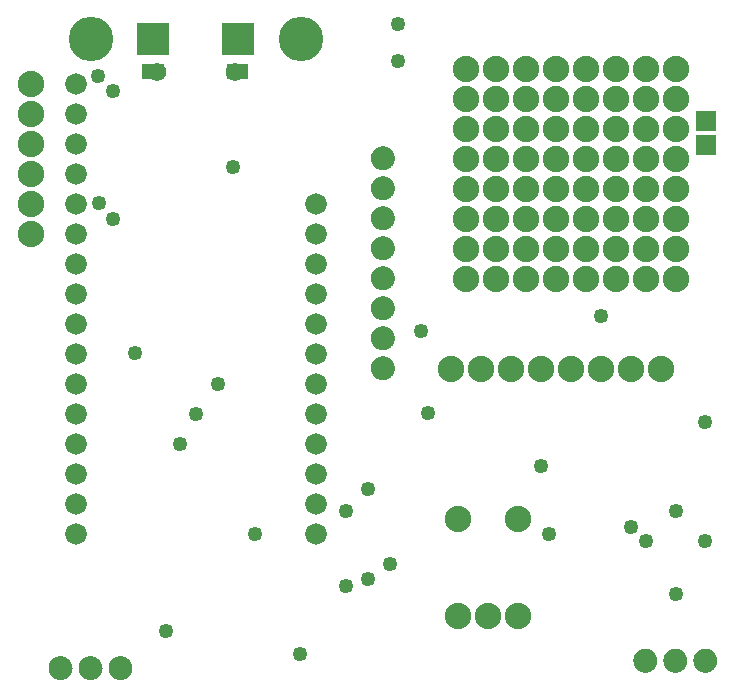
<source format=gts>
G04 MADE WITH FRITZING*
G04 WWW.FRITZING.ORG*
G04 DOUBLE SIDED*
G04 HOLES PLATED*
G04 CONTOUR ON CENTER OF CONTOUR VECTOR*
%ASAXBY*%
%FSLAX23Y23*%
%MOIN*%
%OFA0B0*%
%SFA1.0B1.0*%
%ADD10C,0.088000*%
%ADD11C,0.049370*%
%ADD12C,0.148425*%
%ADD13C,0.105000*%
%ADD14C,0.061496*%
%ADD15C,0.072000*%
%ADD16R,0.105000X0.105000*%
%ADD17R,0.069055X0.065118*%
%ADD18R,0.001000X0.001000*%
%LNMASK1*%
G90*
G70*
G54D10*
X1701Y635D03*
X1501Y635D03*
G54D11*
X526Y260D03*
G54D10*
X1701Y310D03*
X1601Y310D03*
X1501Y310D03*
G54D12*
X276Y2235D03*
G54D13*
X767Y2235D03*
G54D14*
X756Y2125D03*
G54D15*
X226Y585D03*
X226Y685D03*
X226Y785D03*
X226Y885D03*
X226Y985D03*
X226Y1085D03*
X226Y1185D03*
X226Y1285D03*
X226Y1385D03*
G54D12*
X976Y2235D03*
G54D15*
X226Y1485D03*
X226Y1585D03*
X226Y1685D03*
X226Y1785D03*
X226Y1885D03*
X226Y1985D03*
X226Y2085D03*
X1026Y1685D03*
X1026Y1585D03*
X1026Y1485D03*
X1026Y1385D03*
X1026Y1285D03*
X1026Y1185D03*
X1026Y1085D03*
X1026Y985D03*
X1026Y885D03*
X1026Y785D03*
X1026Y685D03*
X1026Y585D03*
G54D14*
X496Y2125D03*
G54D13*
X484Y2235D03*
G54D10*
X76Y2085D03*
X76Y1985D03*
X76Y1885D03*
X76Y1785D03*
X76Y1685D03*
X76Y1585D03*
G54D11*
X423Y1188D03*
X2226Y662D03*
X1376Y1261D03*
X751Y1809D03*
X1802Y585D03*
X2076Y609D03*
X575Y886D03*
X1126Y410D03*
X1126Y660D03*
X626Y985D03*
X1201Y435D03*
X1201Y735D03*
G54D10*
X1476Y1135D03*
X1576Y1135D03*
X1676Y1135D03*
X1776Y1135D03*
X1876Y1135D03*
X1976Y1135D03*
X2076Y1135D03*
X2176Y1135D03*
G54D11*
X701Y1085D03*
X1275Y485D03*
X1776Y810D03*
X825Y585D03*
X974Y186D03*
X2226Y385D03*
X1400Y987D03*
X2325Y959D03*
X2325Y561D03*
X302Y1687D03*
X301Y2110D03*
X350Y1635D03*
X350Y2061D03*
X1301Y2160D03*
X1301Y2285D03*
X1976Y1310D03*
X2126Y560D03*
G54D10*
X2126Y2135D03*
X2126Y2035D03*
X2126Y1935D03*
X2126Y1835D03*
X2126Y1735D03*
X2126Y1635D03*
X2126Y1535D03*
X2126Y1435D03*
X2126Y2135D03*
X2126Y2035D03*
X2126Y1935D03*
X2126Y1835D03*
X2126Y1735D03*
X2126Y1635D03*
X2126Y1535D03*
X2126Y1435D03*
X2226Y1435D03*
X2226Y1535D03*
X2226Y1635D03*
X2226Y1735D03*
X2226Y1835D03*
X2226Y1935D03*
X2226Y2035D03*
X2226Y2135D03*
X1926Y2135D03*
X1926Y2035D03*
X1926Y1935D03*
X1926Y1835D03*
X1926Y1735D03*
X1926Y1635D03*
X1926Y1535D03*
X1926Y1435D03*
X1926Y2135D03*
X1926Y2035D03*
X1926Y1935D03*
X1926Y1835D03*
X1926Y1735D03*
X1926Y1635D03*
X1926Y1535D03*
X1926Y1435D03*
X2026Y1435D03*
X2026Y1535D03*
X2026Y1635D03*
X2026Y1735D03*
X2026Y1835D03*
X2026Y1935D03*
X2026Y2035D03*
X2026Y2135D03*
X1726Y2135D03*
X1726Y2035D03*
X1726Y1935D03*
X1726Y1835D03*
X1726Y1735D03*
X1726Y1635D03*
X1726Y1535D03*
X1726Y1435D03*
X1726Y2135D03*
X1726Y2035D03*
X1726Y1935D03*
X1726Y1835D03*
X1726Y1735D03*
X1726Y1635D03*
X1726Y1535D03*
X1726Y1435D03*
X1826Y1435D03*
X1826Y1535D03*
X1826Y1635D03*
X1826Y1735D03*
X1826Y1835D03*
X1826Y1935D03*
X1826Y2035D03*
X1826Y2135D03*
X1526Y2135D03*
X1526Y2035D03*
X1526Y1935D03*
X1526Y1835D03*
X1526Y1735D03*
X1526Y1635D03*
X1526Y1535D03*
X1526Y1435D03*
X1526Y2135D03*
X1526Y2035D03*
X1526Y1935D03*
X1526Y1835D03*
X1526Y1735D03*
X1526Y1635D03*
X1526Y1535D03*
X1526Y1435D03*
X1626Y1435D03*
X1626Y1535D03*
X1626Y1635D03*
X1626Y1735D03*
X1626Y1835D03*
X1626Y1935D03*
X1626Y2035D03*
X1626Y2135D03*
G54D16*
X767Y2235D03*
X484Y2235D03*
G54D17*
X2326Y1880D03*
X2326Y1960D03*
G54D18*
X449Y2151D02*
X520Y2151D01*
X730Y2151D02*
X801Y2151D01*
X449Y2150D02*
X520Y2150D01*
X730Y2150D02*
X801Y2150D01*
X449Y2149D02*
X520Y2149D01*
X730Y2149D02*
X801Y2149D01*
X449Y2148D02*
X520Y2148D01*
X730Y2148D02*
X801Y2148D01*
X449Y2147D02*
X520Y2147D01*
X730Y2147D02*
X801Y2147D01*
X449Y2146D02*
X520Y2146D01*
X730Y2146D02*
X801Y2146D01*
X449Y2145D02*
X520Y2145D01*
X730Y2145D02*
X801Y2145D01*
X449Y2144D02*
X520Y2144D01*
X730Y2144D02*
X801Y2144D01*
X449Y2143D02*
X520Y2143D01*
X730Y2143D02*
X801Y2143D01*
X449Y2142D02*
X520Y2142D01*
X730Y2142D02*
X801Y2142D01*
X449Y2141D02*
X490Y2141D01*
X500Y2141D02*
X520Y2141D01*
X730Y2141D02*
X750Y2141D01*
X760Y2141D02*
X801Y2141D01*
X449Y2140D02*
X487Y2140D01*
X503Y2140D02*
X520Y2140D01*
X730Y2140D02*
X747Y2140D01*
X763Y2140D02*
X801Y2140D01*
X449Y2139D02*
X486Y2139D01*
X504Y2139D02*
X520Y2139D01*
X730Y2139D02*
X746Y2139D01*
X764Y2139D02*
X801Y2139D01*
X449Y2138D02*
X485Y2138D01*
X506Y2138D02*
X520Y2138D01*
X730Y2138D02*
X744Y2138D01*
X765Y2138D02*
X801Y2138D01*
X449Y2137D02*
X483Y2137D01*
X507Y2137D02*
X520Y2137D01*
X730Y2137D02*
X743Y2137D01*
X767Y2137D02*
X801Y2137D01*
X449Y2136D02*
X483Y2136D01*
X508Y2136D02*
X520Y2136D01*
X730Y2136D02*
X742Y2136D01*
X767Y2136D02*
X801Y2136D01*
X449Y2135D02*
X482Y2135D01*
X508Y2135D02*
X520Y2135D01*
X730Y2135D02*
X742Y2135D01*
X768Y2135D02*
X801Y2135D01*
X449Y2134D02*
X481Y2134D01*
X509Y2134D02*
X520Y2134D01*
X730Y2134D02*
X741Y2134D01*
X769Y2134D02*
X801Y2134D01*
X449Y2133D02*
X481Y2133D01*
X510Y2133D02*
X520Y2133D01*
X730Y2133D02*
X740Y2133D01*
X769Y2133D02*
X801Y2133D01*
X449Y2132D02*
X480Y2132D01*
X510Y2132D02*
X520Y2132D01*
X730Y2132D02*
X740Y2132D01*
X770Y2132D02*
X801Y2132D01*
X449Y2131D02*
X480Y2131D01*
X511Y2131D02*
X520Y2131D01*
X730Y2131D02*
X739Y2131D01*
X770Y2131D02*
X801Y2131D01*
X449Y2130D02*
X479Y2130D01*
X511Y2130D02*
X520Y2130D01*
X730Y2130D02*
X739Y2130D01*
X771Y2130D02*
X801Y2130D01*
X449Y2129D02*
X479Y2129D01*
X511Y2129D02*
X520Y2129D01*
X730Y2129D02*
X739Y2129D01*
X771Y2129D02*
X801Y2129D01*
X449Y2128D02*
X479Y2128D01*
X511Y2128D02*
X521Y2128D01*
X729Y2128D02*
X739Y2128D01*
X771Y2128D02*
X801Y2128D01*
X449Y2127D02*
X479Y2127D01*
X511Y2127D02*
X521Y2127D01*
X729Y2127D02*
X739Y2127D01*
X771Y2127D02*
X801Y2127D01*
X449Y2126D02*
X479Y2126D01*
X511Y2126D02*
X521Y2126D01*
X729Y2126D02*
X739Y2126D01*
X771Y2126D02*
X801Y2126D01*
X449Y2125D02*
X479Y2125D01*
X511Y2125D02*
X521Y2125D01*
X729Y2125D02*
X739Y2125D01*
X771Y2125D02*
X801Y2125D01*
X449Y2124D02*
X479Y2124D01*
X511Y2124D02*
X521Y2124D01*
X729Y2124D02*
X739Y2124D01*
X771Y2124D02*
X801Y2124D01*
X449Y2123D02*
X479Y2123D01*
X511Y2123D02*
X521Y2123D01*
X729Y2123D02*
X739Y2123D01*
X771Y2123D02*
X801Y2123D01*
X449Y2122D02*
X479Y2122D01*
X511Y2122D02*
X520Y2122D01*
X730Y2122D02*
X739Y2122D01*
X771Y2122D02*
X801Y2122D01*
X449Y2121D02*
X480Y2121D01*
X511Y2121D02*
X520Y2121D01*
X730Y2121D02*
X739Y2121D01*
X770Y2121D02*
X801Y2121D01*
X449Y2120D02*
X480Y2120D01*
X510Y2120D02*
X520Y2120D01*
X730Y2120D02*
X740Y2120D01*
X770Y2120D02*
X801Y2120D01*
X449Y2119D02*
X480Y2119D01*
X510Y2119D02*
X520Y2119D01*
X730Y2119D02*
X740Y2119D01*
X770Y2119D02*
X801Y2119D01*
X449Y2118D02*
X481Y2118D01*
X509Y2118D02*
X520Y2118D01*
X730Y2118D02*
X741Y2118D01*
X769Y2118D02*
X801Y2118D01*
X449Y2117D02*
X482Y2117D01*
X509Y2117D02*
X520Y2117D01*
X730Y2117D02*
X741Y2117D01*
X768Y2117D02*
X801Y2117D01*
X449Y2116D02*
X482Y2116D01*
X508Y2116D02*
X520Y2116D01*
X730Y2116D02*
X742Y2116D01*
X768Y2116D02*
X801Y2116D01*
X449Y2115D02*
X483Y2115D01*
X507Y2115D02*
X520Y2115D01*
X730Y2115D02*
X743Y2115D01*
X767Y2115D02*
X801Y2115D01*
X449Y2114D02*
X484Y2114D01*
X506Y2114D02*
X520Y2114D01*
X730Y2114D02*
X744Y2114D01*
X766Y2114D02*
X801Y2114D01*
X449Y2113D02*
X486Y2113D01*
X505Y2113D02*
X520Y2113D01*
X730Y2113D02*
X745Y2113D01*
X764Y2113D02*
X801Y2113D01*
X449Y2112D02*
X487Y2112D01*
X503Y2112D02*
X520Y2112D01*
X730Y2112D02*
X747Y2112D01*
X763Y2112D02*
X801Y2112D01*
X449Y2111D02*
X490Y2111D01*
X501Y2111D02*
X520Y2111D01*
X730Y2111D02*
X749Y2111D01*
X760Y2111D02*
X801Y2111D01*
X449Y2110D02*
X520Y2110D01*
X730Y2110D02*
X801Y2110D01*
X449Y2109D02*
X520Y2109D01*
X730Y2109D02*
X801Y2109D01*
X449Y2108D02*
X520Y2108D01*
X730Y2108D02*
X801Y2108D01*
X449Y2107D02*
X520Y2107D01*
X730Y2107D02*
X801Y2107D01*
X449Y2106D02*
X520Y2106D01*
X730Y2106D02*
X801Y2106D01*
X449Y2105D02*
X520Y2105D01*
X730Y2105D02*
X801Y2105D01*
X449Y2104D02*
X520Y2104D01*
X730Y2104D02*
X801Y2104D01*
X449Y2103D02*
X520Y2103D01*
X730Y2103D02*
X801Y2103D01*
X449Y2102D02*
X520Y2102D01*
X730Y2102D02*
X801Y2102D01*
X449Y2101D02*
X520Y2101D01*
X730Y2101D02*
X801Y2101D01*
X494Y2100D02*
X496Y2100D01*
X754Y2100D02*
X756Y2100D01*
X1245Y1876D02*
X1255Y1876D01*
X1240Y1875D02*
X1260Y1875D01*
X1237Y1874D02*
X1263Y1874D01*
X1234Y1873D02*
X1265Y1873D01*
X1232Y1872D02*
X1268Y1872D01*
X1230Y1871D02*
X1269Y1871D01*
X1229Y1870D02*
X1271Y1870D01*
X1227Y1869D02*
X1272Y1869D01*
X1226Y1868D02*
X1274Y1868D01*
X1225Y1867D02*
X1275Y1867D01*
X1223Y1866D02*
X1276Y1866D01*
X1222Y1865D02*
X1277Y1865D01*
X1221Y1864D02*
X1278Y1864D01*
X1221Y1863D02*
X1279Y1863D01*
X1220Y1862D02*
X1280Y1862D01*
X1219Y1861D02*
X1281Y1861D01*
X1218Y1860D02*
X1282Y1860D01*
X1217Y1859D02*
X1282Y1859D01*
X1217Y1858D02*
X1283Y1858D01*
X1216Y1857D02*
X1284Y1857D01*
X1216Y1856D02*
X1284Y1856D01*
X1215Y1855D02*
X1285Y1855D01*
X1214Y1854D02*
X1285Y1854D01*
X1214Y1853D02*
X1286Y1853D01*
X1214Y1852D02*
X1286Y1852D01*
X1213Y1851D02*
X1287Y1851D01*
X1213Y1850D02*
X1287Y1850D01*
X1212Y1849D02*
X1287Y1849D01*
X1212Y1848D02*
X1288Y1848D01*
X1212Y1847D02*
X1288Y1847D01*
X1212Y1846D02*
X1288Y1846D01*
X1211Y1845D02*
X1288Y1845D01*
X1211Y1844D02*
X1289Y1844D01*
X1211Y1843D02*
X1289Y1843D01*
X1211Y1842D02*
X1289Y1842D01*
X1211Y1841D02*
X1289Y1841D01*
X1211Y1840D02*
X1289Y1840D01*
X1210Y1839D02*
X1289Y1839D01*
X1210Y1838D02*
X1289Y1838D01*
X1210Y1837D02*
X1289Y1837D01*
X1210Y1836D02*
X1289Y1836D01*
X1210Y1835D02*
X1289Y1835D01*
X1210Y1834D02*
X1289Y1834D01*
X1211Y1833D02*
X1289Y1833D01*
X1211Y1832D02*
X1289Y1832D01*
X1211Y1831D02*
X1289Y1831D01*
X1211Y1830D02*
X1289Y1830D01*
X1211Y1829D02*
X1289Y1829D01*
X1211Y1828D02*
X1288Y1828D01*
X1212Y1827D02*
X1288Y1827D01*
X1212Y1826D02*
X1288Y1826D01*
X1212Y1825D02*
X1288Y1825D01*
X1212Y1824D02*
X1287Y1824D01*
X1213Y1823D02*
X1287Y1823D01*
X1213Y1822D02*
X1287Y1822D01*
X1213Y1821D02*
X1286Y1821D01*
X1214Y1820D02*
X1286Y1820D01*
X1214Y1819D02*
X1285Y1819D01*
X1215Y1818D02*
X1285Y1818D01*
X1215Y1817D02*
X1284Y1817D01*
X1216Y1816D02*
X1284Y1816D01*
X1217Y1815D02*
X1283Y1815D01*
X1217Y1814D02*
X1282Y1814D01*
X1218Y1813D02*
X1282Y1813D01*
X1219Y1812D02*
X1281Y1812D01*
X1220Y1811D02*
X1280Y1811D01*
X1220Y1810D02*
X1279Y1810D01*
X1221Y1809D02*
X1278Y1809D01*
X1222Y1808D02*
X1277Y1808D01*
X1223Y1807D02*
X1276Y1807D01*
X1224Y1806D02*
X1275Y1806D01*
X1226Y1805D02*
X1274Y1805D01*
X1227Y1804D02*
X1273Y1804D01*
X1229Y1803D02*
X1271Y1803D01*
X1230Y1802D02*
X1269Y1802D01*
X1232Y1801D02*
X1268Y1801D01*
X1234Y1800D02*
X1266Y1800D01*
X1236Y1799D02*
X1263Y1799D01*
X1240Y1798D02*
X1260Y1798D01*
X1244Y1797D02*
X1255Y1797D01*
X1245Y1776D02*
X1255Y1776D01*
X1240Y1775D02*
X1260Y1775D01*
X1237Y1774D02*
X1263Y1774D01*
X1234Y1773D02*
X1266Y1773D01*
X1232Y1772D02*
X1268Y1772D01*
X1230Y1771D02*
X1269Y1771D01*
X1229Y1770D02*
X1271Y1770D01*
X1227Y1769D02*
X1272Y1769D01*
X1226Y1768D02*
X1274Y1768D01*
X1225Y1767D02*
X1275Y1767D01*
X1223Y1766D02*
X1276Y1766D01*
X1222Y1765D02*
X1277Y1765D01*
X1221Y1764D02*
X1278Y1764D01*
X1220Y1763D02*
X1279Y1763D01*
X1220Y1762D02*
X1280Y1762D01*
X1219Y1761D02*
X1281Y1761D01*
X1218Y1760D02*
X1282Y1760D01*
X1217Y1759D02*
X1282Y1759D01*
X1217Y1758D02*
X1283Y1758D01*
X1216Y1757D02*
X1284Y1757D01*
X1216Y1756D02*
X1284Y1756D01*
X1215Y1755D02*
X1285Y1755D01*
X1214Y1754D02*
X1285Y1754D01*
X1214Y1753D02*
X1286Y1753D01*
X1213Y1752D02*
X1286Y1752D01*
X1213Y1751D02*
X1287Y1751D01*
X1213Y1750D02*
X1287Y1750D01*
X1212Y1749D02*
X1287Y1749D01*
X1212Y1748D02*
X1288Y1748D01*
X1212Y1747D02*
X1288Y1747D01*
X1212Y1746D02*
X1288Y1746D01*
X1211Y1745D02*
X1288Y1745D01*
X1211Y1744D02*
X1289Y1744D01*
X1211Y1743D02*
X1289Y1743D01*
X1211Y1742D02*
X1289Y1742D01*
X1211Y1741D02*
X1289Y1741D01*
X1211Y1740D02*
X1289Y1740D01*
X1210Y1739D02*
X1289Y1739D01*
X1210Y1738D02*
X1289Y1738D01*
X1210Y1737D02*
X1289Y1737D01*
X1210Y1736D02*
X1289Y1736D01*
X1210Y1735D02*
X1289Y1735D01*
X1210Y1734D02*
X1289Y1734D01*
X1211Y1733D02*
X1289Y1733D01*
X1211Y1732D02*
X1289Y1732D01*
X1211Y1731D02*
X1289Y1731D01*
X1211Y1730D02*
X1289Y1730D01*
X1211Y1729D02*
X1289Y1729D01*
X1211Y1728D02*
X1288Y1728D01*
X1212Y1727D02*
X1288Y1727D01*
X1212Y1726D02*
X1288Y1726D01*
X1212Y1725D02*
X1288Y1725D01*
X1212Y1724D02*
X1287Y1724D01*
X1213Y1723D02*
X1287Y1723D01*
X1213Y1722D02*
X1287Y1722D01*
X1213Y1721D02*
X1286Y1721D01*
X1214Y1720D02*
X1286Y1720D01*
X1214Y1719D02*
X1285Y1719D01*
X1215Y1718D02*
X1285Y1718D01*
X1215Y1717D02*
X1284Y1717D01*
X1216Y1716D02*
X1284Y1716D01*
X1217Y1715D02*
X1283Y1715D01*
X1217Y1714D02*
X1282Y1714D01*
X1218Y1713D02*
X1282Y1713D01*
X1219Y1712D02*
X1281Y1712D01*
X1220Y1711D02*
X1280Y1711D01*
X1220Y1710D02*
X1279Y1710D01*
X1221Y1709D02*
X1278Y1709D01*
X1222Y1708D02*
X1277Y1708D01*
X1223Y1707D02*
X1276Y1707D01*
X1225Y1706D02*
X1275Y1706D01*
X1226Y1705D02*
X1274Y1705D01*
X1227Y1704D02*
X1273Y1704D01*
X1229Y1703D02*
X1271Y1703D01*
X1230Y1702D02*
X1269Y1702D01*
X1232Y1701D02*
X1268Y1701D01*
X1234Y1700D02*
X1266Y1700D01*
X1237Y1699D02*
X1263Y1699D01*
X1240Y1698D02*
X1260Y1698D01*
X1245Y1697D02*
X1255Y1697D01*
X1245Y1676D02*
X1255Y1676D01*
X1240Y1675D02*
X1260Y1675D01*
X1237Y1674D02*
X1263Y1674D01*
X1234Y1673D02*
X1266Y1673D01*
X1232Y1672D02*
X1268Y1672D01*
X1230Y1671D02*
X1269Y1671D01*
X1229Y1670D02*
X1271Y1670D01*
X1227Y1669D02*
X1272Y1669D01*
X1226Y1668D02*
X1274Y1668D01*
X1225Y1667D02*
X1275Y1667D01*
X1223Y1666D02*
X1276Y1666D01*
X1222Y1665D02*
X1277Y1665D01*
X1221Y1664D02*
X1278Y1664D01*
X1220Y1663D02*
X1279Y1663D01*
X1220Y1662D02*
X1280Y1662D01*
X1219Y1661D02*
X1281Y1661D01*
X1218Y1660D02*
X1282Y1660D01*
X1217Y1659D02*
X1282Y1659D01*
X1217Y1658D02*
X1283Y1658D01*
X1216Y1657D02*
X1284Y1657D01*
X1215Y1656D02*
X1284Y1656D01*
X1215Y1655D02*
X1285Y1655D01*
X1214Y1654D02*
X1285Y1654D01*
X1214Y1653D02*
X1286Y1653D01*
X1213Y1652D02*
X1286Y1652D01*
X1213Y1651D02*
X1287Y1651D01*
X1213Y1650D02*
X1287Y1650D01*
X1212Y1649D02*
X1287Y1649D01*
X1212Y1648D02*
X1288Y1648D01*
X1212Y1647D02*
X1288Y1647D01*
X1212Y1646D02*
X1288Y1646D01*
X1211Y1645D02*
X1288Y1645D01*
X1211Y1644D02*
X1289Y1644D01*
X1211Y1643D02*
X1289Y1643D01*
X1211Y1642D02*
X1289Y1642D01*
X1211Y1641D02*
X1289Y1641D01*
X1211Y1640D02*
X1289Y1640D01*
X1210Y1639D02*
X1289Y1639D01*
X1210Y1638D02*
X1289Y1638D01*
X1210Y1637D02*
X1289Y1637D01*
X1210Y1636D02*
X1289Y1636D01*
X1210Y1635D02*
X1289Y1635D01*
X1210Y1634D02*
X1289Y1634D01*
X1211Y1633D02*
X1289Y1633D01*
X1211Y1632D02*
X1289Y1632D01*
X1211Y1631D02*
X1289Y1631D01*
X1211Y1630D02*
X1289Y1630D01*
X1211Y1629D02*
X1289Y1629D01*
X1211Y1628D02*
X1288Y1628D01*
X1212Y1627D02*
X1288Y1627D01*
X1212Y1626D02*
X1288Y1626D01*
X1212Y1625D02*
X1288Y1625D01*
X1212Y1624D02*
X1287Y1624D01*
X1213Y1623D02*
X1287Y1623D01*
X1213Y1622D02*
X1287Y1622D01*
X1213Y1621D02*
X1286Y1621D01*
X1214Y1620D02*
X1286Y1620D01*
X1214Y1619D02*
X1285Y1619D01*
X1215Y1618D02*
X1285Y1618D01*
X1215Y1617D02*
X1284Y1617D01*
X1216Y1616D02*
X1284Y1616D01*
X1217Y1615D02*
X1283Y1615D01*
X1217Y1614D02*
X1282Y1614D01*
X1218Y1613D02*
X1282Y1613D01*
X1219Y1612D02*
X1281Y1612D01*
X1220Y1611D02*
X1280Y1611D01*
X1220Y1610D02*
X1279Y1610D01*
X1221Y1609D02*
X1278Y1609D01*
X1222Y1608D02*
X1277Y1608D01*
X1223Y1607D02*
X1276Y1607D01*
X1225Y1606D02*
X1275Y1606D01*
X1226Y1605D02*
X1274Y1605D01*
X1227Y1604D02*
X1272Y1604D01*
X1229Y1603D02*
X1271Y1603D01*
X1230Y1602D02*
X1269Y1602D01*
X1232Y1601D02*
X1268Y1601D01*
X1234Y1600D02*
X1266Y1600D01*
X1237Y1599D02*
X1263Y1599D01*
X1240Y1598D02*
X1260Y1598D01*
X1245Y1597D02*
X1255Y1597D01*
X1245Y1576D02*
X1255Y1576D01*
X1240Y1575D02*
X1260Y1575D01*
X1237Y1574D02*
X1263Y1574D01*
X1234Y1573D02*
X1266Y1573D01*
X1232Y1572D02*
X1268Y1572D01*
X1230Y1571D02*
X1269Y1571D01*
X1229Y1570D02*
X1271Y1570D01*
X1227Y1569D02*
X1272Y1569D01*
X1226Y1568D02*
X1274Y1568D01*
X1225Y1567D02*
X1275Y1567D01*
X1223Y1566D02*
X1276Y1566D01*
X1222Y1565D02*
X1277Y1565D01*
X1221Y1564D02*
X1278Y1564D01*
X1220Y1563D02*
X1279Y1563D01*
X1220Y1562D02*
X1280Y1562D01*
X1219Y1561D02*
X1281Y1561D01*
X1218Y1560D02*
X1282Y1560D01*
X1217Y1559D02*
X1282Y1559D01*
X1217Y1558D02*
X1283Y1558D01*
X1216Y1557D02*
X1284Y1557D01*
X1215Y1556D02*
X1284Y1556D01*
X1215Y1555D02*
X1285Y1555D01*
X1214Y1554D02*
X1285Y1554D01*
X1214Y1553D02*
X1286Y1553D01*
X1213Y1552D02*
X1286Y1552D01*
X1213Y1551D02*
X1287Y1551D01*
X1213Y1550D02*
X1287Y1550D01*
X1212Y1549D02*
X1287Y1549D01*
X1212Y1548D02*
X1288Y1548D01*
X1212Y1547D02*
X1288Y1547D01*
X1212Y1546D02*
X1288Y1546D01*
X1211Y1545D02*
X1288Y1545D01*
X1211Y1544D02*
X1289Y1544D01*
X1211Y1543D02*
X1289Y1543D01*
X1211Y1542D02*
X1289Y1542D01*
X1211Y1541D02*
X1289Y1541D01*
X1211Y1540D02*
X1289Y1540D01*
X1210Y1539D02*
X1289Y1539D01*
X1210Y1538D02*
X1289Y1538D01*
X1210Y1537D02*
X1289Y1537D01*
X1210Y1536D02*
X1289Y1536D01*
X1210Y1535D02*
X1289Y1535D01*
X1210Y1534D02*
X1289Y1534D01*
X1211Y1533D02*
X1289Y1533D01*
X1211Y1532D02*
X1289Y1532D01*
X1211Y1531D02*
X1289Y1531D01*
X1211Y1530D02*
X1289Y1530D01*
X1211Y1529D02*
X1289Y1529D01*
X1211Y1528D02*
X1288Y1528D01*
X1212Y1527D02*
X1288Y1527D01*
X1212Y1526D02*
X1288Y1526D01*
X1212Y1525D02*
X1288Y1525D01*
X1212Y1524D02*
X1287Y1524D01*
X1213Y1523D02*
X1287Y1523D01*
X1213Y1522D02*
X1287Y1522D01*
X1213Y1521D02*
X1286Y1521D01*
X1214Y1520D02*
X1286Y1520D01*
X1214Y1519D02*
X1285Y1519D01*
X1215Y1518D02*
X1285Y1518D01*
X1216Y1517D02*
X1284Y1517D01*
X1216Y1516D02*
X1284Y1516D01*
X1217Y1515D02*
X1283Y1515D01*
X1217Y1514D02*
X1282Y1514D01*
X1218Y1513D02*
X1282Y1513D01*
X1219Y1512D02*
X1281Y1512D01*
X1220Y1511D02*
X1280Y1511D01*
X1220Y1510D02*
X1279Y1510D01*
X1221Y1509D02*
X1278Y1509D01*
X1222Y1508D02*
X1277Y1508D01*
X1223Y1507D02*
X1276Y1507D01*
X1225Y1506D02*
X1275Y1506D01*
X1226Y1505D02*
X1274Y1505D01*
X1227Y1504D02*
X1272Y1504D01*
X1229Y1503D02*
X1271Y1503D01*
X1230Y1502D02*
X1269Y1502D01*
X1232Y1501D02*
X1268Y1501D01*
X1234Y1500D02*
X1266Y1500D01*
X1237Y1499D02*
X1263Y1499D01*
X1240Y1498D02*
X1260Y1498D01*
X1245Y1497D02*
X1255Y1497D01*
X1244Y1476D02*
X1255Y1476D01*
X1240Y1475D02*
X1260Y1475D01*
X1236Y1474D02*
X1263Y1474D01*
X1234Y1473D02*
X1266Y1473D01*
X1232Y1472D02*
X1268Y1472D01*
X1230Y1471D02*
X1269Y1471D01*
X1229Y1470D02*
X1271Y1470D01*
X1227Y1469D02*
X1273Y1469D01*
X1226Y1468D02*
X1274Y1468D01*
X1224Y1467D02*
X1275Y1467D01*
X1223Y1466D02*
X1276Y1466D01*
X1222Y1465D02*
X1277Y1465D01*
X1221Y1464D02*
X1278Y1464D01*
X1220Y1463D02*
X1279Y1463D01*
X1220Y1462D02*
X1280Y1462D01*
X1219Y1461D02*
X1281Y1461D01*
X1218Y1460D02*
X1282Y1460D01*
X1217Y1459D02*
X1282Y1459D01*
X1217Y1458D02*
X1283Y1458D01*
X1216Y1457D02*
X1284Y1457D01*
X1215Y1456D02*
X1284Y1456D01*
X1215Y1455D02*
X1285Y1455D01*
X1214Y1454D02*
X1285Y1454D01*
X1214Y1453D02*
X1286Y1453D01*
X1213Y1452D02*
X1286Y1452D01*
X1213Y1451D02*
X1287Y1451D01*
X1213Y1450D02*
X1287Y1450D01*
X1212Y1449D02*
X1287Y1449D01*
X1212Y1448D02*
X1288Y1448D01*
X1212Y1447D02*
X1288Y1447D01*
X1212Y1446D02*
X1288Y1446D01*
X1211Y1445D02*
X1288Y1445D01*
X1211Y1444D02*
X1289Y1444D01*
X1211Y1443D02*
X1289Y1443D01*
X1211Y1442D02*
X1289Y1442D01*
X1211Y1441D02*
X1289Y1441D01*
X1211Y1440D02*
X1289Y1440D01*
X1210Y1439D02*
X1289Y1439D01*
X1210Y1438D02*
X1289Y1438D01*
X1210Y1437D02*
X1289Y1437D01*
X1210Y1436D02*
X1289Y1436D01*
X1210Y1435D02*
X1289Y1435D01*
X1210Y1434D02*
X1289Y1434D01*
X1211Y1433D02*
X1289Y1433D01*
X1211Y1432D02*
X1289Y1432D01*
X1211Y1431D02*
X1289Y1431D01*
X1211Y1430D02*
X1289Y1430D01*
X1211Y1429D02*
X1289Y1429D01*
X1211Y1428D02*
X1288Y1428D01*
X1212Y1427D02*
X1288Y1427D01*
X1212Y1426D02*
X1288Y1426D01*
X1212Y1425D02*
X1288Y1425D01*
X1212Y1424D02*
X1287Y1424D01*
X1213Y1423D02*
X1287Y1423D01*
X1213Y1422D02*
X1287Y1422D01*
X1214Y1421D02*
X1286Y1421D01*
X1214Y1420D02*
X1286Y1420D01*
X1214Y1419D02*
X1285Y1419D01*
X1215Y1418D02*
X1285Y1418D01*
X1216Y1417D02*
X1284Y1417D01*
X1216Y1416D02*
X1284Y1416D01*
X1217Y1415D02*
X1283Y1415D01*
X1217Y1414D02*
X1282Y1414D01*
X1218Y1413D02*
X1282Y1413D01*
X1219Y1412D02*
X1281Y1412D01*
X1220Y1411D02*
X1280Y1411D01*
X1221Y1410D02*
X1279Y1410D01*
X1221Y1409D02*
X1278Y1409D01*
X1222Y1408D02*
X1277Y1408D01*
X1223Y1407D02*
X1276Y1407D01*
X1225Y1406D02*
X1275Y1406D01*
X1226Y1405D02*
X1274Y1405D01*
X1227Y1404D02*
X1272Y1404D01*
X1229Y1403D02*
X1271Y1403D01*
X1230Y1402D02*
X1269Y1402D01*
X1232Y1401D02*
X1268Y1401D01*
X1234Y1400D02*
X1266Y1400D01*
X1237Y1399D02*
X1263Y1399D01*
X1240Y1398D02*
X1260Y1398D01*
X1245Y1397D02*
X1255Y1397D01*
X1244Y1376D02*
X1255Y1376D01*
X1240Y1375D02*
X1260Y1375D01*
X1236Y1374D02*
X1263Y1374D01*
X1234Y1373D02*
X1266Y1373D01*
X1232Y1372D02*
X1268Y1372D01*
X1230Y1371D02*
X1270Y1371D01*
X1229Y1370D02*
X1271Y1370D01*
X1227Y1369D02*
X1273Y1369D01*
X1226Y1368D02*
X1274Y1368D01*
X1224Y1367D02*
X1275Y1367D01*
X1223Y1366D02*
X1276Y1366D01*
X1222Y1365D02*
X1277Y1365D01*
X1221Y1364D02*
X1278Y1364D01*
X1220Y1363D02*
X1279Y1363D01*
X1220Y1362D02*
X1280Y1362D01*
X1219Y1361D02*
X1281Y1361D01*
X1218Y1360D02*
X1282Y1360D01*
X1217Y1359D02*
X1282Y1359D01*
X1217Y1358D02*
X1283Y1358D01*
X1216Y1357D02*
X1284Y1357D01*
X1215Y1356D02*
X1284Y1356D01*
X1215Y1355D02*
X1285Y1355D01*
X1214Y1354D02*
X1285Y1354D01*
X1214Y1353D02*
X1286Y1353D01*
X1213Y1352D02*
X1286Y1352D01*
X1213Y1351D02*
X1287Y1351D01*
X1213Y1350D02*
X1287Y1350D01*
X1212Y1349D02*
X1287Y1349D01*
X1212Y1348D02*
X1288Y1348D01*
X1212Y1347D02*
X1288Y1347D01*
X1212Y1346D02*
X1288Y1346D01*
X1211Y1345D02*
X1288Y1345D01*
X1211Y1344D02*
X1289Y1344D01*
X1211Y1343D02*
X1289Y1343D01*
X1211Y1342D02*
X1289Y1342D01*
X1211Y1341D02*
X1289Y1341D01*
X1211Y1340D02*
X1289Y1340D01*
X1210Y1339D02*
X1289Y1339D01*
X1210Y1338D02*
X1289Y1338D01*
X1210Y1337D02*
X1289Y1337D01*
X1210Y1336D02*
X1289Y1336D01*
X1210Y1335D02*
X1289Y1335D01*
X1210Y1334D02*
X1289Y1334D01*
X1211Y1333D02*
X1289Y1333D01*
X1211Y1332D02*
X1289Y1332D01*
X1211Y1331D02*
X1289Y1331D01*
X1211Y1330D02*
X1289Y1330D01*
X1211Y1329D02*
X1289Y1329D01*
X1211Y1328D02*
X1288Y1328D01*
X1212Y1327D02*
X1288Y1327D01*
X1212Y1326D02*
X1288Y1326D01*
X1212Y1325D02*
X1288Y1325D01*
X1212Y1324D02*
X1287Y1324D01*
X1213Y1323D02*
X1287Y1323D01*
X1213Y1322D02*
X1287Y1322D01*
X1214Y1321D02*
X1286Y1321D01*
X1214Y1320D02*
X1286Y1320D01*
X1214Y1319D02*
X1285Y1319D01*
X1215Y1318D02*
X1285Y1318D01*
X1216Y1317D02*
X1284Y1317D01*
X1216Y1316D02*
X1284Y1316D01*
X1217Y1315D02*
X1283Y1315D01*
X1217Y1314D02*
X1282Y1314D01*
X1218Y1313D02*
X1282Y1313D01*
X1219Y1312D02*
X1281Y1312D01*
X1220Y1311D02*
X1280Y1311D01*
X1221Y1310D02*
X1279Y1310D01*
X1221Y1309D02*
X1278Y1309D01*
X1222Y1308D02*
X1277Y1308D01*
X1224Y1307D02*
X1276Y1307D01*
X1225Y1306D02*
X1275Y1306D01*
X1226Y1305D02*
X1274Y1305D01*
X1227Y1304D02*
X1272Y1304D01*
X1229Y1303D02*
X1271Y1303D01*
X1230Y1302D02*
X1269Y1302D01*
X1232Y1301D02*
X1267Y1301D01*
X1234Y1300D02*
X1265Y1300D01*
X1237Y1299D02*
X1263Y1299D01*
X1240Y1298D02*
X1260Y1298D01*
X1245Y1297D02*
X1254Y1297D01*
X1244Y1276D02*
X1256Y1276D01*
X1239Y1275D02*
X1260Y1275D01*
X1236Y1274D02*
X1263Y1274D01*
X1234Y1273D02*
X1266Y1273D01*
X1232Y1272D02*
X1268Y1272D01*
X1230Y1271D02*
X1270Y1271D01*
X1229Y1270D02*
X1271Y1270D01*
X1227Y1269D02*
X1273Y1269D01*
X1226Y1268D02*
X1274Y1268D01*
X1224Y1267D02*
X1275Y1267D01*
X1223Y1266D02*
X1276Y1266D01*
X1222Y1265D02*
X1277Y1265D01*
X1221Y1264D02*
X1278Y1264D01*
X1220Y1263D02*
X1279Y1263D01*
X1220Y1262D02*
X1280Y1262D01*
X1219Y1261D02*
X1281Y1261D01*
X1218Y1260D02*
X1282Y1260D01*
X1217Y1259D02*
X1282Y1259D01*
X1217Y1258D02*
X1283Y1258D01*
X1216Y1257D02*
X1284Y1257D01*
X1215Y1256D02*
X1284Y1256D01*
X1215Y1255D02*
X1285Y1255D01*
X1214Y1254D02*
X1285Y1254D01*
X1214Y1253D02*
X1286Y1253D01*
X1213Y1252D02*
X1286Y1252D01*
X1213Y1251D02*
X1287Y1251D01*
X1213Y1250D02*
X1287Y1250D01*
X1212Y1249D02*
X1287Y1249D01*
X1212Y1248D02*
X1288Y1248D01*
X1212Y1247D02*
X1288Y1247D01*
X1212Y1246D02*
X1288Y1246D01*
X1211Y1245D02*
X1288Y1245D01*
X1211Y1244D02*
X1289Y1244D01*
X1211Y1243D02*
X1289Y1243D01*
X1211Y1242D02*
X1289Y1242D01*
X1211Y1241D02*
X1289Y1241D01*
X1211Y1240D02*
X1289Y1240D01*
X1210Y1239D02*
X1289Y1239D01*
X1210Y1238D02*
X1289Y1238D01*
X1210Y1237D02*
X1289Y1237D01*
X1210Y1236D02*
X1289Y1236D01*
X1210Y1235D02*
X1289Y1235D01*
X1210Y1234D02*
X1289Y1234D01*
X1211Y1233D02*
X1289Y1233D01*
X1211Y1232D02*
X1289Y1232D01*
X1211Y1231D02*
X1289Y1231D01*
X1211Y1230D02*
X1289Y1230D01*
X1211Y1229D02*
X1289Y1229D01*
X1211Y1228D02*
X1288Y1228D01*
X1212Y1227D02*
X1288Y1227D01*
X1212Y1226D02*
X1288Y1226D01*
X1212Y1225D02*
X1288Y1225D01*
X1212Y1224D02*
X1287Y1224D01*
X1213Y1223D02*
X1287Y1223D01*
X1213Y1222D02*
X1287Y1222D01*
X1214Y1221D02*
X1286Y1221D01*
X1214Y1220D02*
X1286Y1220D01*
X1214Y1219D02*
X1285Y1219D01*
X1215Y1218D02*
X1285Y1218D01*
X1216Y1217D02*
X1284Y1217D01*
X1216Y1216D02*
X1284Y1216D01*
X1217Y1215D02*
X1283Y1215D01*
X1217Y1214D02*
X1282Y1214D01*
X1218Y1213D02*
X1282Y1213D01*
X1219Y1212D02*
X1281Y1212D01*
X1220Y1211D02*
X1280Y1211D01*
X1221Y1210D02*
X1279Y1210D01*
X1221Y1209D02*
X1278Y1209D01*
X1222Y1208D02*
X1277Y1208D01*
X1224Y1207D02*
X1276Y1207D01*
X1225Y1206D02*
X1275Y1206D01*
X1226Y1205D02*
X1274Y1205D01*
X1227Y1204D02*
X1272Y1204D01*
X1229Y1203D02*
X1271Y1203D01*
X1230Y1202D02*
X1269Y1202D01*
X1232Y1201D02*
X1267Y1201D01*
X1234Y1200D02*
X1265Y1200D01*
X1237Y1199D02*
X1263Y1199D01*
X1240Y1198D02*
X1259Y1198D01*
X1245Y1197D02*
X1254Y1197D01*
X1244Y1176D02*
X1255Y1176D01*
X1240Y1175D02*
X1260Y1175D01*
X1236Y1174D02*
X1263Y1174D01*
X1234Y1173D02*
X1266Y1173D01*
X1232Y1172D02*
X1268Y1172D01*
X1230Y1171D02*
X1269Y1171D01*
X1229Y1170D02*
X1271Y1170D01*
X1227Y1169D02*
X1273Y1169D01*
X1226Y1168D02*
X1274Y1168D01*
X1224Y1167D02*
X1275Y1167D01*
X1223Y1166D02*
X1276Y1166D01*
X1222Y1165D02*
X1277Y1165D01*
X1221Y1164D02*
X1278Y1164D01*
X1220Y1163D02*
X1279Y1163D01*
X1220Y1162D02*
X1280Y1162D01*
X1219Y1161D02*
X1281Y1161D01*
X1218Y1160D02*
X1282Y1160D01*
X1217Y1159D02*
X1282Y1159D01*
X1217Y1158D02*
X1283Y1158D01*
X1216Y1157D02*
X1284Y1157D01*
X1215Y1156D02*
X1284Y1156D01*
X1215Y1155D02*
X1285Y1155D01*
X1214Y1154D02*
X1285Y1154D01*
X1214Y1153D02*
X1286Y1153D01*
X1213Y1152D02*
X1286Y1152D01*
X1213Y1151D02*
X1287Y1151D01*
X1213Y1150D02*
X1287Y1150D01*
X1212Y1149D02*
X1287Y1149D01*
X1212Y1148D02*
X1288Y1148D01*
X1212Y1147D02*
X1288Y1147D01*
X1212Y1146D02*
X1288Y1146D01*
X1211Y1145D02*
X1288Y1145D01*
X1211Y1144D02*
X1289Y1144D01*
X1211Y1143D02*
X1289Y1143D01*
X1211Y1142D02*
X1289Y1142D01*
X1211Y1141D02*
X1289Y1141D01*
X1211Y1140D02*
X1289Y1140D01*
X1210Y1139D02*
X1289Y1139D01*
X1210Y1138D02*
X1289Y1138D01*
X1210Y1137D02*
X1289Y1137D01*
X1210Y1136D02*
X1289Y1136D01*
X1210Y1135D02*
X1289Y1135D01*
X1210Y1134D02*
X1289Y1134D01*
X1211Y1133D02*
X1289Y1133D01*
X1211Y1132D02*
X1289Y1132D01*
X1211Y1131D02*
X1289Y1131D01*
X1211Y1130D02*
X1289Y1130D01*
X1211Y1129D02*
X1289Y1129D01*
X1211Y1128D02*
X1288Y1128D01*
X1212Y1127D02*
X1288Y1127D01*
X1212Y1126D02*
X1288Y1126D01*
X1212Y1125D02*
X1288Y1125D01*
X1212Y1124D02*
X1287Y1124D01*
X1213Y1123D02*
X1287Y1123D01*
X1213Y1122D02*
X1287Y1122D01*
X1213Y1121D02*
X1286Y1121D01*
X1214Y1120D02*
X1286Y1120D01*
X1214Y1119D02*
X1285Y1119D01*
X1215Y1118D02*
X1285Y1118D01*
X1216Y1117D02*
X1284Y1117D01*
X1216Y1116D02*
X1284Y1116D01*
X1217Y1115D02*
X1283Y1115D01*
X1217Y1114D02*
X1282Y1114D01*
X1218Y1113D02*
X1282Y1113D01*
X1219Y1112D02*
X1281Y1112D01*
X1220Y1111D02*
X1280Y1111D01*
X1221Y1110D02*
X1279Y1110D01*
X1221Y1109D02*
X1278Y1109D01*
X1222Y1108D02*
X1277Y1108D01*
X1223Y1107D02*
X1276Y1107D01*
X1225Y1106D02*
X1275Y1106D01*
X1226Y1105D02*
X1274Y1105D01*
X1227Y1104D02*
X1272Y1104D01*
X1229Y1103D02*
X1271Y1103D01*
X1230Y1102D02*
X1269Y1102D01*
X1232Y1101D02*
X1268Y1101D01*
X1234Y1100D02*
X1266Y1100D01*
X1237Y1099D02*
X1263Y1099D01*
X1240Y1098D02*
X1260Y1098D01*
X1245Y1097D02*
X1255Y1097D01*
X2117Y201D02*
X2132Y201D01*
X2217Y201D02*
X2232Y201D01*
X2317Y201D02*
X2332Y201D01*
X2113Y200D02*
X2136Y200D01*
X2213Y200D02*
X2236Y200D01*
X2313Y200D02*
X2336Y200D01*
X2110Y199D02*
X2139Y199D01*
X2210Y199D02*
X2239Y199D01*
X2310Y199D02*
X2339Y199D01*
X2108Y198D02*
X2141Y198D01*
X2208Y198D02*
X2241Y198D01*
X2308Y198D02*
X2341Y198D01*
X2106Y197D02*
X2143Y197D01*
X2206Y197D02*
X2243Y197D01*
X2306Y197D02*
X2343Y197D01*
X2104Y196D02*
X2145Y196D01*
X2204Y196D02*
X2245Y196D01*
X2304Y196D02*
X2345Y196D01*
X2103Y195D02*
X2146Y195D01*
X2203Y195D02*
X2246Y195D01*
X2303Y195D02*
X2346Y195D01*
X2101Y194D02*
X2148Y194D01*
X2201Y194D02*
X2248Y194D01*
X2301Y194D02*
X2348Y194D01*
X2100Y193D02*
X2149Y193D01*
X2200Y193D02*
X2249Y193D01*
X2300Y193D02*
X2349Y193D01*
X2099Y192D02*
X2150Y192D01*
X2199Y192D02*
X2250Y192D01*
X2299Y192D02*
X2350Y192D01*
X2098Y191D02*
X2151Y191D01*
X2198Y191D02*
X2251Y191D01*
X2298Y191D02*
X2351Y191D01*
X2097Y190D02*
X2153Y190D01*
X2197Y190D02*
X2253Y190D01*
X2297Y190D02*
X2352Y190D01*
X2096Y189D02*
X2153Y189D01*
X2196Y189D02*
X2253Y189D01*
X2296Y189D02*
X2353Y189D01*
X2095Y188D02*
X2154Y188D01*
X2195Y188D02*
X2254Y188D01*
X2295Y188D02*
X2354Y188D01*
X2094Y187D02*
X2155Y187D01*
X2194Y187D02*
X2255Y187D01*
X2294Y187D02*
X2355Y187D01*
X2093Y186D02*
X2156Y186D01*
X2193Y186D02*
X2256Y186D01*
X2293Y186D02*
X2356Y186D01*
X2093Y185D02*
X2157Y185D01*
X2193Y185D02*
X2257Y185D01*
X2293Y185D02*
X2357Y185D01*
X2092Y184D02*
X2157Y184D01*
X2192Y184D02*
X2257Y184D01*
X2292Y184D02*
X2357Y184D01*
X2091Y183D02*
X2158Y183D01*
X2191Y183D02*
X2258Y183D01*
X2291Y183D02*
X2358Y183D01*
X2091Y182D02*
X2159Y182D01*
X2191Y182D02*
X2259Y182D01*
X2291Y182D02*
X2359Y182D01*
X2090Y181D02*
X2159Y181D01*
X2190Y181D02*
X2259Y181D01*
X2290Y181D02*
X2359Y181D01*
X2090Y180D02*
X2160Y180D01*
X2190Y180D02*
X2260Y180D01*
X2289Y180D02*
X2360Y180D01*
X2089Y179D02*
X2160Y179D01*
X2189Y179D02*
X2260Y179D01*
X2289Y179D02*
X2360Y179D01*
X2089Y178D02*
X2161Y178D01*
X2189Y178D02*
X2261Y178D01*
X2288Y178D02*
X2361Y178D01*
X2088Y177D02*
X2161Y177D01*
X2188Y177D02*
X2261Y177D01*
X2288Y177D02*
X2361Y177D01*
X168Y176D02*
X183Y176D01*
X268Y176D02*
X283Y176D01*
X368Y176D02*
X383Y176D01*
X2088Y176D02*
X2161Y176D01*
X2188Y176D02*
X2261Y176D01*
X2288Y176D02*
X2361Y176D01*
X164Y175D02*
X187Y175D01*
X264Y175D02*
X287Y175D01*
X364Y175D02*
X387Y175D01*
X2087Y175D02*
X2162Y175D01*
X2187Y175D02*
X2262Y175D01*
X2287Y175D02*
X2362Y175D01*
X161Y174D02*
X189Y174D01*
X261Y174D02*
X289Y174D01*
X361Y174D02*
X389Y174D01*
X2087Y174D02*
X2162Y174D01*
X2187Y174D02*
X2262Y174D01*
X2287Y174D02*
X2362Y174D01*
X159Y173D02*
X192Y173D01*
X259Y173D02*
X292Y173D01*
X358Y173D02*
X392Y173D01*
X2087Y173D02*
X2162Y173D01*
X2187Y173D02*
X2262Y173D01*
X2287Y173D02*
X2362Y173D01*
X157Y172D02*
X194Y172D01*
X257Y172D02*
X294Y172D01*
X357Y172D02*
X394Y172D01*
X2087Y172D02*
X2163Y172D01*
X2186Y172D02*
X2263Y172D01*
X2286Y172D02*
X2363Y172D01*
X155Y171D02*
X195Y171D01*
X255Y171D02*
X295Y171D01*
X355Y171D02*
X395Y171D01*
X2086Y171D02*
X2163Y171D01*
X2186Y171D02*
X2263Y171D01*
X2286Y171D02*
X2363Y171D01*
X153Y170D02*
X197Y170D01*
X253Y170D02*
X297Y170D01*
X353Y170D02*
X397Y170D01*
X2086Y170D02*
X2163Y170D01*
X2186Y170D02*
X2263Y170D01*
X2286Y170D02*
X2363Y170D01*
X152Y169D02*
X198Y169D01*
X252Y169D02*
X298Y169D01*
X352Y169D02*
X398Y169D01*
X2086Y169D02*
X2163Y169D01*
X2186Y169D02*
X2263Y169D01*
X2286Y169D02*
X2363Y169D01*
X151Y168D02*
X200Y168D01*
X251Y168D02*
X300Y168D01*
X351Y168D02*
X400Y168D01*
X2086Y168D02*
X2164Y168D01*
X2186Y168D02*
X2263Y168D01*
X2286Y168D02*
X2363Y168D01*
X149Y167D02*
X201Y167D01*
X249Y167D02*
X301Y167D01*
X349Y167D02*
X401Y167D01*
X2086Y167D02*
X2164Y167D01*
X2186Y167D02*
X2264Y167D01*
X2285Y167D02*
X2364Y167D01*
X148Y166D02*
X202Y166D01*
X248Y166D02*
X302Y166D01*
X348Y166D02*
X402Y166D01*
X2085Y166D02*
X2164Y166D01*
X2185Y166D02*
X2264Y166D01*
X2285Y166D02*
X2364Y166D01*
X147Y165D02*
X203Y165D01*
X247Y165D02*
X303Y165D01*
X347Y165D02*
X403Y165D01*
X2085Y165D02*
X2164Y165D01*
X2185Y165D02*
X2264Y165D01*
X2285Y165D02*
X2364Y165D01*
X146Y164D02*
X204Y164D01*
X246Y164D02*
X304Y164D01*
X346Y164D02*
X404Y164D01*
X2085Y164D02*
X2164Y164D01*
X2185Y164D02*
X2264Y164D01*
X2285Y164D02*
X2364Y164D01*
X145Y163D02*
X205Y163D01*
X245Y163D02*
X305Y163D01*
X345Y163D02*
X405Y163D01*
X2085Y163D02*
X2164Y163D01*
X2185Y163D02*
X2264Y163D01*
X2285Y163D02*
X2364Y163D01*
X145Y162D02*
X206Y162D01*
X245Y162D02*
X306Y162D01*
X345Y162D02*
X406Y162D01*
X2085Y162D02*
X2164Y162D01*
X2185Y162D02*
X2264Y162D01*
X2285Y162D02*
X2364Y162D01*
X144Y161D02*
X206Y161D01*
X244Y161D02*
X306Y161D01*
X344Y161D02*
X406Y161D01*
X2085Y161D02*
X2164Y161D01*
X2185Y161D02*
X2264Y161D01*
X2285Y161D02*
X2364Y161D01*
X143Y160D02*
X207Y160D01*
X243Y160D02*
X307Y160D01*
X343Y160D02*
X407Y160D01*
X2085Y160D02*
X2164Y160D01*
X2185Y160D02*
X2264Y160D01*
X2285Y160D02*
X2364Y160D01*
X142Y159D02*
X208Y159D01*
X242Y159D02*
X308Y159D01*
X342Y159D02*
X408Y159D01*
X2085Y159D02*
X2164Y159D01*
X2185Y159D02*
X2264Y159D01*
X2285Y159D02*
X2364Y159D01*
X142Y158D02*
X208Y158D01*
X242Y158D02*
X308Y158D01*
X342Y158D02*
X408Y158D01*
X2085Y158D02*
X2164Y158D01*
X2185Y158D02*
X2264Y158D01*
X2285Y158D02*
X2364Y158D01*
X141Y157D02*
X209Y157D01*
X241Y157D02*
X309Y157D01*
X341Y157D02*
X409Y157D01*
X2086Y157D02*
X2164Y157D01*
X2185Y157D02*
X2264Y157D01*
X2285Y157D02*
X2364Y157D01*
X141Y156D02*
X210Y156D01*
X241Y156D02*
X310Y156D01*
X340Y156D02*
X410Y156D01*
X2086Y156D02*
X2164Y156D01*
X2186Y156D02*
X2264Y156D01*
X2286Y156D02*
X2364Y156D01*
X140Y155D02*
X210Y155D01*
X240Y155D02*
X310Y155D01*
X340Y155D02*
X410Y155D01*
X2086Y155D02*
X2163Y155D01*
X2186Y155D02*
X2263Y155D01*
X2286Y155D02*
X2363Y155D01*
X140Y154D02*
X211Y154D01*
X240Y154D02*
X311Y154D01*
X339Y154D02*
X411Y154D01*
X2086Y154D02*
X2163Y154D01*
X2186Y154D02*
X2263Y154D01*
X2286Y154D02*
X2363Y154D01*
X139Y153D02*
X211Y153D01*
X239Y153D02*
X311Y153D01*
X339Y153D02*
X411Y153D01*
X2086Y153D02*
X2163Y153D01*
X2186Y153D02*
X2263Y153D01*
X2286Y153D02*
X2363Y153D01*
X139Y152D02*
X212Y152D01*
X239Y152D02*
X312Y152D01*
X339Y152D02*
X412Y152D01*
X2086Y152D02*
X2163Y152D01*
X2186Y152D02*
X2263Y152D01*
X2286Y152D02*
X2363Y152D01*
X138Y151D02*
X212Y151D01*
X238Y151D02*
X312Y151D01*
X338Y151D02*
X412Y151D01*
X2087Y151D02*
X2163Y151D01*
X2187Y151D02*
X2262Y151D01*
X2287Y151D02*
X2362Y151D01*
X138Y150D02*
X212Y150D01*
X238Y150D02*
X312Y150D01*
X338Y150D02*
X412Y150D01*
X2087Y150D02*
X2162Y150D01*
X2187Y150D02*
X2262Y150D01*
X2287Y150D02*
X2362Y150D01*
X138Y149D02*
X213Y149D01*
X238Y149D02*
X313Y149D01*
X338Y149D02*
X413Y149D01*
X2087Y149D02*
X2162Y149D01*
X2187Y149D02*
X2262Y149D01*
X2287Y149D02*
X2362Y149D01*
X137Y148D02*
X213Y148D01*
X237Y148D02*
X313Y148D01*
X337Y148D02*
X413Y148D01*
X2088Y148D02*
X2162Y148D01*
X2188Y148D02*
X2262Y148D01*
X2288Y148D02*
X2362Y148D01*
X137Y147D02*
X213Y147D01*
X237Y147D02*
X313Y147D01*
X337Y147D02*
X413Y147D01*
X2088Y147D02*
X2161Y147D01*
X2188Y147D02*
X2261Y147D01*
X2288Y147D02*
X2361Y147D01*
X137Y146D02*
X213Y146D01*
X237Y146D02*
X313Y146D01*
X337Y146D02*
X413Y146D01*
X2088Y146D02*
X2161Y146D01*
X2188Y146D02*
X2261Y146D01*
X2288Y146D02*
X2361Y146D01*
X137Y145D02*
X214Y145D01*
X237Y145D02*
X314Y145D01*
X336Y145D02*
X414Y145D01*
X2089Y145D02*
X2160Y145D01*
X2189Y145D02*
X2260Y145D01*
X2289Y145D02*
X2360Y145D01*
X136Y144D02*
X214Y144D01*
X236Y144D02*
X314Y144D01*
X336Y144D02*
X414Y144D01*
X2089Y144D02*
X2160Y144D01*
X2189Y144D02*
X2260Y144D01*
X2289Y144D02*
X2360Y144D01*
X136Y143D02*
X214Y143D01*
X236Y143D02*
X314Y143D01*
X336Y143D02*
X414Y143D01*
X2090Y143D02*
X2159Y143D01*
X2190Y143D02*
X2259Y143D01*
X2290Y143D02*
X2359Y143D01*
X136Y142D02*
X214Y142D01*
X236Y142D02*
X314Y142D01*
X336Y142D02*
X414Y142D01*
X2091Y142D02*
X2159Y142D01*
X2190Y142D02*
X2259Y142D01*
X2290Y142D02*
X2359Y142D01*
X136Y141D02*
X214Y141D01*
X236Y141D02*
X314Y141D01*
X336Y141D02*
X414Y141D01*
X2091Y141D02*
X2158Y141D01*
X2191Y141D02*
X2258Y141D01*
X2291Y141D02*
X2358Y141D01*
X136Y140D02*
X214Y140D01*
X236Y140D02*
X314Y140D01*
X336Y140D02*
X414Y140D01*
X2092Y140D02*
X2157Y140D01*
X2192Y140D02*
X2257Y140D01*
X2292Y140D02*
X2357Y140D01*
X136Y139D02*
X214Y139D01*
X236Y139D02*
X314Y139D01*
X336Y139D02*
X414Y139D01*
X2092Y139D02*
X2157Y139D01*
X2192Y139D02*
X2257Y139D01*
X2292Y139D02*
X2357Y139D01*
X136Y138D02*
X215Y138D01*
X236Y138D02*
X315Y138D01*
X336Y138D02*
X414Y138D01*
X2093Y138D02*
X2156Y138D01*
X2193Y138D02*
X2256Y138D01*
X2293Y138D02*
X2356Y138D01*
X136Y137D02*
X215Y137D01*
X236Y137D02*
X315Y137D01*
X336Y137D02*
X415Y137D01*
X2094Y137D02*
X2155Y137D01*
X2194Y137D02*
X2255Y137D01*
X2294Y137D02*
X2355Y137D01*
X136Y136D02*
X215Y136D01*
X236Y136D02*
X315Y136D01*
X336Y136D02*
X414Y136D01*
X2095Y136D02*
X2155Y136D01*
X2195Y136D02*
X2255Y136D01*
X2295Y136D02*
X2354Y136D01*
X136Y135D02*
X214Y135D01*
X236Y135D02*
X314Y135D01*
X336Y135D02*
X414Y135D01*
X2096Y135D02*
X2154Y135D01*
X2196Y135D02*
X2254Y135D01*
X2296Y135D02*
X2354Y135D01*
X136Y134D02*
X214Y134D01*
X236Y134D02*
X314Y134D01*
X336Y134D02*
X414Y134D01*
X2096Y134D02*
X2153Y134D01*
X2196Y134D02*
X2253Y134D01*
X2296Y134D02*
X2353Y134D01*
X136Y133D02*
X214Y133D01*
X236Y133D02*
X314Y133D01*
X336Y133D02*
X414Y133D01*
X2098Y133D02*
X2152Y133D01*
X2197Y133D02*
X2252Y133D01*
X2297Y133D02*
X2352Y133D01*
X136Y132D02*
X214Y132D01*
X236Y132D02*
X314Y132D01*
X336Y132D02*
X414Y132D01*
X2099Y132D02*
X2151Y132D01*
X2199Y132D02*
X2251Y132D01*
X2299Y132D02*
X2351Y132D01*
X136Y131D02*
X214Y131D01*
X236Y131D02*
X314Y131D01*
X336Y131D02*
X414Y131D01*
X2100Y131D02*
X2149Y131D01*
X2200Y131D02*
X2249Y131D01*
X2300Y131D02*
X2349Y131D01*
X136Y130D02*
X214Y130D01*
X236Y130D02*
X314Y130D01*
X336Y130D02*
X414Y130D01*
X2101Y130D02*
X2148Y130D01*
X2201Y130D02*
X2248Y130D01*
X2301Y130D02*
X2348Y130D01*
X136Y129D02*
X214Y129D01*
X236Y129D02*
X314Y129D01*
X336Y129D02*
X414Y129D01*
X2102Y129D02*
X2147Y129D01*
X2202Y129D02*
X2247Y129D01*
X2302Y129D02*
X2347Y129D01*
X137Y128D02*
X214Y128D01*
X237Y128D02*
X313Y128D01*
X337Y128D02*
X413Y128D01*
X2104Y128D02*
X2145Y128D01*
X2204Y128D02*
X2245Y128D01*
X2304Y128D02*
X2345Y128D01*
X137Y127D02*
X213Y127D01*
X237Y127D02*
X313Y127D01*
X337Y127D02*
X413Y127D01*
X2106Y127D02*
X2144Y127D01*
X2206Y127D02*
X2244Y127D01*
X2306Y127D02*
X2344Y127D01*
X137Y126D02*
X213Y126D01*
X237Y126D02*
X313Y126D01*
X337Y126D02*
X413Y126D01*
X2108Y126D02*
X2142Y126D01*
X2208Y126D02*
X2242Y126D01*
X2308Y126D02*
X2342Y126D01*
X137Y125D02*
X213Y125D01*
X237Y125D02*
X313Y125D01*
X337Y125D02*
X413Y125D01*
X2110Y125D02*
X2140Y125D01*
X2210Y125D02*
X2240Y125D01*
X2310Y125D02*
X2340Y125D01*
X138Y124D02*
X212Y124D01*
X238Y124D02*
X312Y124D01*
X338Y124D02*
X412Y124D01*
X2112Y124D02*
X2137Y124D01*
X2212Y124D02*
X2237Y124D01*
X2312Y124D02*
X2337Y124D01*
X138Y123D02*
X212Y123D01*
X238Y123D02*
X312Y123D01*
X338Y123D02*
X412Y123D01*
X2116Y123D02*
X2133Y123D01*
X2216Y123D02*
X2233Y123D01*
X2316Y123D02*
X2333Y123D01*
X139Y122D02*
X212Y122D01*
X238Y122D02*
X312Y122D01*
X338Y122D02*
X412Y122D01*
X2123Y122D02*
X2126Y122D01*
X2223Y122D02*
X2226Y122D01*
X2323Y122D02*
X2326Y122D01*
X139Y121D02*
X211Y121D01*
X239Y121D02*
X311Y121D01*
X339Y121D02*
X411Y121D01*
X139Y120D02*
X211Y120D01*
X239Y120D02*
X311Y120D01*
X339Y120D02*
X411Y120D01*
X140Y119D02*
X210Y119D01*
X240Y119D02*
X310Y119D01*
X340Y119D02*
X410Y119D01*
X140Y118D02*
X210Y118D01*
X240Y118D02*
X310Y118D01*
X340Y118D02*
X410Y118D01*
X141Y117D02*
X209Y117D01*
X241Y117D02*
X309Y117D01*
X341Y117D02*
X409Y117D01*
X142Y116D02*
X209Y116D01*
X242Y116D02*
X309Y116D01*
X342Y116D02*
X409Y116D01*
X142Y115D02*
X208Y115D01*
X242Y115D02*
X308Y115D01*
X342Y115D02*
X408Y115D01*
X143Y114D02*
X207Y114D01*
X243Y114D02*
X307Y114D01*
X343Y114D02*
X407Y114D01*
X144Y113D02*
X207Y113D01*
X244Y113D02*
X307Y113D01*
X344Y113D02*
X407Y113D01*
X144Y112D02*
X206Y112D01*
X244Y112D02*
X306Y112D01*
X344Y112D02*
X406Y112D01*
X145Y111D02*
X205Y111D01*
X245Y111D02*
X305Y111D01*
X345Y111D02*
X405Y111D01*
X146Y110D02*
X204Y110D01*
X246Y110D02*
X304Y110D01*
X346Y110D02*
X404Y110D01*
X147Y109D02*
X203Y109D01*
X247Y109D02*
X303Y109D01*
X347Y109D02*
X403Y109D01*
X148Y108D02*
X202Y108D01*
X248Y108D02*
X302Y108D01*
X348Y108D02*
X402Y108D01*
X149Y107D02*
X201Y107D01*
X249Y107D02*
X301Y107D01*
X349Y107D02*
X401Y107D01*
X150Y106D02*
X200Y106D01*
X250Y106D02*
X300Y106D01*
X350Y106D02*
X400Y106D01*
X152Y105D02*
X199Y105D01*
X252Y105D02*
X299Y105D01*
X352Y105D02*
X399Y105D01*
X153Y104D02*
X197Y104D01*
X253Y104D02*
X297Y104D01*
X353Y104D02*
X397Y104D01*
X155Y103D02*
X196Y103D01*
X255Y103D02*
X296Y103D01*
X355Y103D02*
X396Y103D01*
X156Y102D02*
X194Y102D01*
X256Y102D02*
X294Y102D01*
X356Y102D02*
X394Y102D01*
X158Y101D02*
X192Y101D01*
X258Y101D02*
X292Y101D01*
X358Y101D02*
X392Y101D01*
X160Y100D02*
X190Y100D01*
X260Y100D02*
X290Y100D01*
X360Y100D02*
X390Y100D01*
X163Y99D02*
X187Y99D01*
X263Y99D02*
X287Y99D01*
X363Y99D02*
X387Y99D01*
X167Y98D02*
X184Y98D01*
X267Y98D02*
X284Y98D01*
X367Y98D02*
X383Y98D01*
X174Y97D02*
X176Y97D01*
X274Y97D02*
X276Y97D01*
X374Y97D02*
X376Y97D01*
D02*
G04 End of Mask1*
M02*
</source>
